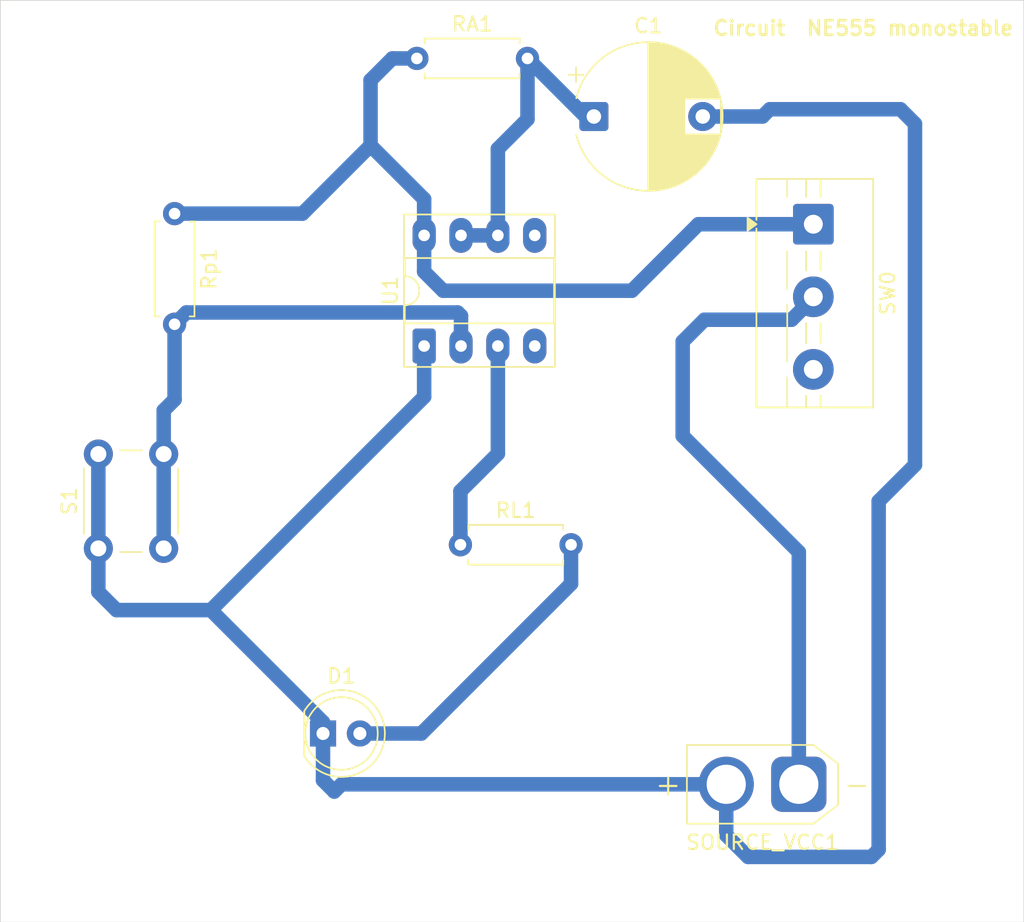
<source format=kicad_pcb>
(kicad_pcb (version 20241229) (generator "pcbnew") (generator_version "9.0")
  (layers (0 "F.Cu" signal) (2 "B.Cu" signal) (13 "F.Paste" user) (15 "B.Paste" user) (5 "F.SilkS" user "F.Silkscreen") (7 "B.SilkS" user "B.Silkscreen") (1 "F.Mask" user) (3 "B.Mask" user) (25 "Edge.Cuts" user))
  (net 0 "")
  (net 1 "Net-(D1-A)")
  (net 2 "GND")
  (net 3 "Net-(SW0-C)")
  (net 4 "THR")
  (net 5 "Net-(U1-Q)")
  (net 6 "TRG")
  (net 7 "Net-(SW0-B)")
  (footprint "Resistor_THT:R_Axial_DIN0207_L6.3mm_D2.5mm_P7.62mm_Horizontal" (layer "F.Cu") (at 102.5 37.69 -90)
    (property "Reference" "Rp1" (at 3.81 -2.37 90) (layer "F.SilkS"))
    (property "Value" "10k")
    (fp_line (start 0.54 1.37) (end 7.08 1.37) (stroke (width 0.12)) (layer "F.SilkS"))
    (fp_line (start 7.08 1.37) (end 7.08 1.04) (stroke (width 0.12)) (layer "F.SilkS"))
    (fp_line (start 0.54 1.04) (end 0.54 1.37) (stroke (width 0.12)) (layer "F.SilkS"))
    (fp_line (start 0.54 -1.04) (end 0.54 -1.37) (stroke (width 0.12)) (layer "F.SilkS"))
    (fp_line (start 0.54 -1.37) (end 7.08 -1.37) (stroke (width 0.12)) (layer "F.SilkS"))
    (fp_line (start 7.08 -1.37) (end 7.08 -1.04) (stroke (width 0.12)) (layer "F.SilkS"))
    (pad "1" thru_hole circle (at 0 0 270) (size 1.6 1.6) (drill 0.8) (layers "*.Cu" "*.Mask") (net 3 "Net-(SW0-C)"))
    (pad "2" thru_hole circle (at 7.62 0 270) (size 1.6 1.6) (drill 0.8) (layers "*.Cu" "*.Mask") (net 6 "TRG"))
  )
  (footprint "Resistor_THT:R_Axial_DIN0207_L6.3mm_D2.5mm_P7.62mm_Horizontal" (layer "F.Cu") (at 122.19 60.5)
    (property "Reference" "RL1" (at 3.81 -2.37 0) (layer "F.SilkS"))
    (property "Value" "220")
    (fp_line (start 0.54 -1.37) (end 7.08 -1.37) (stroke (width 0.12)) (layer "F.SilkS"))
    (fp_line (start 0.54 -1.04) (end 0.54 -1.37) (stroke (width 0.12)) (layer "F.SilkS"))
    (fp_line (start 0.54 1.04) (end 0.54 1.37) (stroke (width 0.12)) (layer "F.SilkS"))
    (fp_line (start 0.54 1.37) (end 7.08 1.37) (stroke (width 0.12)) (layer "F.SilkS"))
    (fp_line (start 7.08 -1.37) (end 7.08 -1.04) (stroke (width 0.12)) (layer "F.SilkS"))
    (fp_line (start 7.08 1.37) (end 7.08 1.04) (stroke (width 0.12)) (layer "F.SilkS"))
    (pad "1" thru_hole circle (at 0 0) (size 1.6 1.6) (drill 0.8) (layers "*.Cu" "*.Mask") (net 5 "Net-(U1-Q)"))
    (pad "2" thru_hole circle (at 7.62 0) (size 1.6 1.6) (drill 0.8) (layers "*.Cu" "*.Mask") (net 1 "Net-(D1-A)"))
  )
  (footprint "Resistor_THT:R_Axial_DIN0207_L6.3mm_D2.5mm_P7.62mm_Horizontal" (layer "F.Cu") (at 119.19 27)
    (property "Reference" "RA1" (at 3.81 -2.37 0) (layer "F.SilkS"))
    (property "Value" "10k")
    (fp_line (start 0.54 -1.37) (end 7.08 -1.37) (stroke (width 0.12)) (layer "F.SilkS"))
    (fp_line (start 0.54 -1.04) (end 0.54 -1.37) (stroke (width 0.12)) (layer "F.SilkS"))
    (fp_line (start 0.54 1.04) (end 0.54 1.37) (stroke (width 0.12)) (layer "F.SilkS"))
    (fp_line (start 0.54 1.37) (end 7.08 1.37) (stroke (width 0.12)) (layer "F.SilkS"))
    (fp_line (start 7.08 -1.37) (end 7.08 -1.04) (stroke (width 0.12)) (layer "F.SilkS"))
    (fp_line (start 7.08 1.37) (end 7.08 1.04) (stroke (width 0.12)) (layer "F.SilkS"))
    (pad "1" thru_hole circle (at 0 0) (size 1.6 1.6) (drill 0.8) (layers "*.Cu" "*.Mask") (net 3 "Net-(SW0-C)"))
    (pad "2" thru_hole circle (at 7.62 0) (size 1.6 1.6) (drill 0.8) (layers "*.Cu" "*.Mask") (net 4 "THR"))
  )
  (footprint "Connector_AMASS:AMASS_XT30U-M_1x02_P5.0mm_Vertical" (layer "F.Cu") (at 145.5 77 180)
    (property "Reference" "SOURCE_VCC1" (at 2.5 -4 0) (layer "F.SilkS"))
    (property "Value" "5")
    (fp_line (start 7.71 -2.71) (end 7.71 2.71) (stroke (width 0.12)) (layer "F.SilkS"))
    (fp_line (start -1.01 2.71) (end 7.71 2.71) (stroke (width 0.12)) (layer "F.SilkS"))
    (fp_line (start -1.01 -2.71) (end 7.71 -2.71) (stroke (width 0.12)) (layer "F.SilkS"))
    (fp_line (start -2.71 1.41) (end -1.01 2.71) (stroke (width 0.12)) (layer "F.SilkS"))
    (fp_line (start -2.71 -1.41) (end -1.01 -2.71) (stroke (width 0.12)) (layer "F.SilkS"))
    (fp_line (start -2.71 -1.41) (end -2.71 1.41) (stroke (width 0.12)) (layer "F.SilkS"))
    (fp_text user "-" (at -4 0 0) (layer "F.SilkS") (effects (font (size 1.5 1.5))))
    (fp_text user "+" (at 9 0 0) (layer "F.SilkS") (effects (font (size 1.5 1.5))))
    (pad "1" thru_hole roundrect (at 0 0 180) (size 3.8 3.8) (drill 2.7) (layers "*.Cu" "*.Mask") (roundrect_rratio 0.2) (net 7 "Net-(SW0-B)"))
    (pad "2" thru_hole circle (at 5 0 180) (size 3.8 3.8) (drill 2.7) (layers "*.Cu" "*.Mask") (net 2 "GND"))
  )
  (footprint "Capacitor_THT:CP_Radial_D10.0mm_P7.50mm" (layer "F.Cu") (at 131.382323 31)
    (property "Reference" "C1" (at 3.75 -6.25 0) (layer "F.SilkS"))
    (property "Value" "C_Polarized")
    (fp_line (start -1.729646 -2.875) (end -0.729646 -2.875) (stroke (width 0.12)) (layer "F.SilkS"))
    (fp_line (start -1.229646 -3.375) (end -1.229646 -2.375) (stroke (width 0.12)) (layer "F.SilkS"))
    (fp_line (start 3.75 -5.08) (end 3.75 5.08) (stroke (width 0.12)) (layer "F.SilkS"))
    (fp_line (start 3.79 -5.08) (end 3.79 5.08) (stroke (width 0.12)) (layer "F.SilkS"))
    (fp_line (start 3.83 -5.079) (end 3.83 5.079) (stroke (width 0.12)) (layer "F.SilkS"))
    (fp_line (start 3.87 -5.079) (end 3.87 5.079) (stroke (width 0.12)) (layer "F.SilkS"))
    (fp_line (start 3.91 -5.077) (end 3.91 5.077) (stroke (width 0.12)) (layer "F.SilkS"))
    (fp_line (start 3.95 -5.076) (end 3.95 5.076) (stroke (width 0.12)) (layer "F.SilkS"))
    (fp_line (start 3.99 -5.074) (end 3.99 5.074) (stroke (width 0.12)) (layer "F.SilkS"))
    (fp_line (start 4.03 -5.072) (end 4.03 5.072) (stroke (width 0.12)) (layer "F.SilkS"))
    (fp_line (start 4.07 -5.07) (end 4.07 5.07) (stroke (width 0.12)) (layer "F.SilkS"))
    (fp_line (start 4.11 -5.067) (end 4.11 5.067) (stroke (width 0.12)) (layer "F.SilkS"))
    (fp_line (start 4.15 -5.064) (end 4.15 5.064) (stroke (width 0.12)) (layer "F.SilkS"))
    (fp_line (start 4.19 -5.061) (end 4.19 5.061) (stroke (width 0.12)) (layer "F.SilkS"))
    (fp_line (start 4.23 -5.057) (end 4.23 5.057) (stroke (width 0.12)) (layer "F.SilkS"))
    (fp_line (start 4.27 -5.054) (end 4.27 5.054) (stroke (width 0.12)) (layer "F.SilkS"))
    (fp_line (start 4.31 -5.049) (end 4.31 5.049) (stroke (width 0.12)) (layer "F.SilkS"))
    (fp_line (start 4.35 -5.045) (end 4.35 5.045) (stroke (width 0.12)) (layer "F.SilkS"))
    (fp_line (start 4.39 -5.04) (end 4.39 5.04) (stroke (width 0.12)) (layer "F.SilkS"))
    (fp_line (start 4.43 -5.035) (end 4.43 5.035) (stroke (width 0.12)) (layer "F.SilkS"))
    (fp_line (start 4.47 -5.029) (end 4.47 5.029) (stroke (width 0.12)) (layer "F.SilkS"))
    (fp_line (start 4.51 -5.023) (end 4.51 5.023) (stroke (width 0.12)) (layer "F.SilkS"))
    (fp_line (start 4.55 -5.017) (end 4.55 5.017) (stroke (width 0.12)) (layer "F.SilkS"))
    (fp_line (start 4.59 -5.011) (end 4.59 5.011) (stroke (width 0.12)) (layer "F.SilkS"))
    (fp_line (start 4.63 -5.004) (end 4.63 5.004) (stroke (width 0.12)) (layer "F.SilkS"))
    (fp_line (start 4.67 -4.997) (end 4.67 4.997) (stroke (width 0.12)) (layer "F.SilkS"))
    (fp_line (start 4.71 -4.989) (end 4.71 4.989) (stroke (width 0.12)) (layer "F.SilkS"))
    (fp_line (start 4.75 -4.981) (end 4.75 4.981) (stroke (width 0.12)) (layer "F.SilkS"))
    (fp_line (start 4.79 -4.973) (end 4.79 4.973) (stroke (width 0.12)) (layer "F.SilkS"))
    (fp_line (start 4.83 -4.965) (end 4.83 4.965) (stroke (width 0.12)) (layer "F.SilkS"))
    (fp_line (start 4.87 -4.956) (end 4.87 4.956) (stroke (width 0.12)) (layer "F.SilkS"))
    (fp_line (start 4.91 -4.947) (end 4.91 4.947) (stroke (width 0.12)) (layer "F.SilkS"))
    (fp_line (start 4.95 -4.937) (end 4.95 4.937) (stroke (width 0.12)) (layer "F.SilkS"))
    (fp_line (start 4.99 -4.928) (end 4.99 4.928) (stroke (width 0.12)) (layer "F.SilkS"))
    (fp_line (start 5.03 -4.917) (end 5.03 4.917) (stroke (width 0.12)) (layer "F.SilkS"))
    (fp_line (start 5.07 -4.907) (end 5.07 4.907) (stroke (width 0.12)) (layer "F.SilkS"))
    (fp_line (start 5.11 -4.896) (end 5.11 4.896) (stroke (width 0.12)) (layer "F.SilkS"))
    (fp_line (start 5.15 -4.885) (end 5.15 4.885) (stroke (width 0.12)) (layer "F.SilkS"))
    (fp_line (start 5.19 -4.873) (end 5.19 4.873) (stroke (width 0.12)) (layer "F.SilkS"))
    (fp_line (start 5.23 -4.861) (end 5.23 4.861) (stroke (width 0.12)) (layer "F.SilkS"))
    (fp_line (start 5.27 -4.849) (end 5.27 4.849) (stroke (width 0.12)) (layer "F.SilkS"))
    (fp_line (start 5.31 -4.837) (end 5.31 4.837) (stroke (width 0.12)) (layer "F.SilkS"))
    (fp_line (start 5.35 -4.824) (end 5.35 4.824) (stroke (width 0.12)) (layer "F.SilkS"))
    (fp_line (start 5.39 -4.81) (end 5.39 4.81) (stroke (width 0.12)) (layer "F.SilkS"))
    (fp_line (start 5.43 -4.797) (end 5.43 4.797) (stroke (width 0.12)) (layer "F.SilkS"))
    (fp_line (start 5.47 -4.782) (end 5.47 4.782) (stroke (width 0.12)) (layer "F.SilkS"))
    (fp_line (start 5.51 -4.768) (end 5.51 4.768) (stroke (width 0.12)) (layer "F.SilkS"))
    (fp_line (start 5.55 -4.753) (end 5.55 4.753) (stroke (width 0.12)) (layer "F.SilkS"))
    (fp_line (start 5.59 -4.738) (end 5.59 4.738) (stroke (width 0.12)) (layer "F.SilkS"))
    (fp_line (start 5.63 -4.722) (end 5.63 4.722) (stroke (width 0.12)) (layer "F.SilkS"))
    (fp_line (start 5.67 -4.706) (end 5.67 4.706) (stroke (width 0.12)) (layer "F.SilkS"))
    (fp_line (start 5.71 -4.69) (end 5.71 4.69) (stroke (width 0.12)) (layer "F.SilkS"))
    (fp_line (start 5.75 -4.673) (end 5.75 4.673) (stroke (width 0.12)) (layer "F.SilkS"))
    (fp_line (start 5.79 -4.656) (end 5.79 4.656) (stroke (width 0.12)) (layer "F.SilkS"))
    (fp_line (start 5.83 -4.638) (end 5.83 4.638) (stroke (width 0.12)) (layer "F.SilkS"))
    (fp_line (start 5.87 -4.62) (end 5.87 4.62) (stroke (width 0.12)) (layer "F.SilkS"))
    (fp_line (start 5.91 -4.602) (end 5.91 4.602) (stroke (width 0.12)) (layer "F.SilkS"))
    (fp_line (start 5.95 -4.583) (end 5.95 4.583) (stroke (width 0.12)) (layer "F.SilkS"))
    (fp_line (start 5.99 -4.564) (end 5.99 4.564) (stroke (width 0.12)) (layer "F.SilkS"))
    (fp_line (start 6.03 -4.544) (end 6.03 4.544) (stroke (width 0.12)) (layer "F.SilkS"))
    (fp_line (start 6.07 -4.524) (end 6.07 4.524) (stroke (width 0.12)) (layer "F.SilkS"))
    (fp_line (start 6.11 -4.504) (end 6.11 4.504) (stroke (width 0.12)) (layer "F.SilkS"))
    (fp_line (start 6.15 -4.483) (end 6.15 4.483) (stroke (width 0.12)) (layer "F.SilkS"))
    (fp_line (start 6.19 -4.461) (end 6.19 4.461) (stroke (width 0.12)) (layer "F.SilkS"))
    (fp_line (start 6.23 -4.439) (end 6.23 4.439) (stroke (width 0.12)) (layer "F.SilkS"))
    (fp_line (start 6.27 -4.417) (end 6.27 -1.24) (stroke (width 0.12)) (layer "F.SilkS"))
    (fp_line (start 6.27 1.24) (end 6.27 4.417) (stroke (width 0.12)) (layer "F.SilkS"))
    (fp_line (start 6.31 -4.394) (end 6.31 -1.24) (stroke (width 0.12)) (layer "F.SilkS"))
    (fp_line (start 6.31 1.24) (end 6.31 4.394) (stroke (width 0.12)) (layer "F.SilkS"))
    (fp_line (start 6.35 -4.371) (end 6.35 -1.24) (stroke (width 0.12)) (layer "F.SilkS"))
    (fp_line (start 6.35 1.24) (end 6.35 4.371) (stroke (width 0.12)) (layer "F.SilkS"))
    (fp_line (start 6.39 -4.347) (end 6.39 -1.24) (stroke (width 0.12)) (layer "F.SilkS"))
    (fp_line (start 6.39 1.24) (end 6.39 4.347) (stroke (width 0.12)) (layer "F.SilkS"))
    (fp_line (start 6.43 -4.323) (end 6.43 -1.24) (stroke (width 0.12)) (layer "F.SilkS"))
    (fp_line (start 6.43 1.24) (end 6.43 4.323) (stroke (width 0.12)) (layer "F.SilkS"))
    (fp_line (start 6.47 -4.298) (end 6.47 -1.24) (stroke (width 0.12)) (layer "F.SilkS"))
    (fp_line (start 6.47 1.24) (end 6.47 4.298) (stroke (width 0.12)) (layer "F.SilkS"))
    (fp_line (start 6.51 -4.272) (end 6.51 -1.24) (stroke (width 0.12)) (layer "F.SilkS"))
    (fp_line (start 6.51 1.24) (end 6.51 4.272) (stroke (width 0.12)) (layer "F.SilkS"))
    (fp_line (start 6.55 -4.247) (end 6.55 -1.24) (stroke (width 0.12)) (layer "F.SilkS"))
    (fp_line (start 6.55 1.24) (end 6.55 4.247) (stroke (width 0.12)) (layer "F.SilkS"))
    (fp_line (start 6.59 -4.22) (end 6.59 -1.24) (stroke (width 0.12)) (layer "F.SilkS"))
    (fp_line (start 6.59 1.24) (end 6.59 4.22) (stroke (width 0.12)) (layer "F.SilkS"))
    (fp_line (start 6.63 -4.193) (end 6.63 -1.24) (stroke (width 0.12)) (layer "F.SilkS"))
    (fp_line (start 6.63 1.24) (end 6.63 4.193) (stroke (width 0.12)) (layer "F.SilkS"))
    (fp_line (start 6.67 -4.166) (end 6.67 -1.24) (stroke (width 0.12)) (layer "F.SilkS"))
    (fp_line (start 6.67 1.24) (end 6.67 4.166) (stroke (width 0.12)) (layer "F.SilkS"))
    (fp_line (start 6.71 -4.138) (end 6.71 -1.24) (stroke (width 0.12)) (layer "F.SilkS"))
    (fp_line (start 6.71 1.24) (end 6.71 4.138) (stroke (width 0.12)) (layer "F.SilkS"))
    (fp_line (start 6.75 -4.109) (end 6.75 -1.24) (stroke (width 0.12)) (layer "F.SilkS"))
    (fp_line (start 6.75 1.24) (end 6.75 4.109) (stroke (width 0.12)) (layer "F.SilkS"))
    (fp_line (start 6.79 -4.08) (end 6.79 -1.24) (stroke (width 0.12)) (layer "F.SilkS"))
    (fp_line (start 6.79 1.24) (end 6.79 4.08) (stroke (width 0.12)) (layer "F.SilkS"))
    (fp_line (start 6.83 -4.05) (end 6.83 -1.24) (stroke (width 0.12)) (layer "F.SilkS"))
    (fp_line (start 6.83 1.24) (end 6.83 4.05) (stroke (width 0.12)) (layer "F.SilkS"))
    (fp_line (start 6.87 -4.02) (end 6.87 -1.24) (stroke (width 0.12)) (layer "F.SilkS"))
    (fp_line (start 6.87 1.24) (end 6.87 4.02) (stroke (width 0.12)) (layer "F.SilkS"))
    (fp_line (start 6.91 -3.988) (end 6.91 -1.24) (stroke (width 0.12)) (layer "F.SilkS"))
    (fp_line (start 6.91 1.24) (end 6.91 3.988) (stroke (width 0.12)) (layer "F.SilkS"))
    (fp_line (start 6.95 -3.957) (end 6.95 -1.24) (stroke (width 0.12)) (layer "F.SilkS"))
    (fp_line (start 6.95 1.24) (end 6.95 3.957) (stroke (width 0.12)) (layer "F.SilkS"))
    (fp_line (start 6.99 -3.924) (end 6.99 -1.24) (stroke (width 0.12)) (layer "F.SilkS"))
    (fp_line (start 6.99 1.24) (end 6.99 3.924) (stroke (width 0.12)) (layer "F.SilkS"))
    (fp_line (start 7.03 -3.891) (end 7.03 -1.24) (stroke (width 0.12)) (layer "F.SilkS"))
    (fp_line (start 7.03 1.24) (end 7.03 3.891) (stroke (width 0.12)) (layer "F.SilkS"))
    (fp_line (start 7.07 -3.858) (end 7.07 -1.24) (stroke (width 0.12)) (layer "F.SilkS"))
    (fp_line (start 7.07 1.24) (end 7.07 3.858) (stroke (width 0.12)) (layer "F.SilkS"))
    (fp_line (start 7.11 -3.823) (end 7.11 -1.24) (stroke (width 0.12)) (layer "F.SilkS"))
    (fp_line (start 7.11 1.24) (end 7.11 3.823) (stroke (width 0.12)) (layer "F.SilkS"))
    (fp_line (start 7.15 -3.788) (end 7.15 -1.24) (stroke (width 0.12)) (layer "F.SilkS"))
    (fp_line (start 7.15 1.24) (end 7.15 3.788) (stroke (width 0.12)) (layer "F.SilkS"))
    (fp_line (start 7.19 -3.752) (end 7.19 -1.24) (stroke (width 0.12)) (layer "F.SilkS"))
    (fp_line (start 7.19 1.24) (end 7.19 3.752) (stroke (width 0.12)) (layer "F.SilkS"))
    (fp_line (start 7.23 -3.716) (end 7.23 -1.24) (stroke (width 0.12)) (layer "F.SilkS"))
    (fp_line (start 7.23 1.24) (end 7.23 3.716) (stroke (width 0.12)) (layer "F.SilkS"))
    (fp_line (start 7.27 -3.678) (end 7.27 -1.24) (stroke (width 0.12)) (layer "F.SilkS"))
    (fp_line (start 7.27 1.24) (end 7.27 3.678) (stroke (width 0.12)) (layer "F.SilkS"))
    (fp_line (start 7.31 -3.64) (end 7.31 -1.24) (stroke (width 0.12)) (layer "F.SilkS"))
    (fp_line (start 7.31 1.24) (end 7.31 3.64) (stroke (width 0.12)) (layer "F.SilkS"))
    (fp_line (start 7.35 -3.601) (end 7.35 -1.24) (stroke (width 0.12)) (layer "F.SilkS"))
    (fp_line (start 7.35 1.24) (end 7.35 3.601) (stroke (width 0.12)) (layer "F.SilkS"))
    (fp_line (start 7.39 -3.561) (end 7.39 -1.24) (stroke (width 0.12)) (layer "F.SilkS"))
    (fp_line (start 7.39 1.24) (end 7.39 3.561) (stroke (width 0.12)) (layer "F.SilkS"))
    (fp_line (start 7.43 -3.52) (end 7.43 -1.24) (stroke (width 0.12)) (layer "F.SilkS"))
    (fp_line (start 7.43 1.24) (end 7.43 3.52) (stroke (width 0.12)) (layer "F.SilkS"))
    (fp_line (start 7.47 -3.478) (end 7.47 -1.24) (stroke (width 0.12)) (layer "F.SilkS"))
    (fp_line (start 7.47 1.24) (end 7.47 3.478) (stroke (width 0.12)) (layer "F.SilkS"))
    (fp_line (start 7.51 -3.435) (end 7.51 -1.24) (stroke (width 0.12)) (layer "F.SilkS"))
    (fp_line (start 7.51 1.24) (end 7.51 3.435) (stroke (width 0.12)) (layer "F.SilkS"))
    (fp_line (start 7.55 -3.391) (end 7.55 -1.24) (stroke (width 0.12)) (layer "F.SilkS"))
    (fp_line (start 7.55 1.24) (end 7.55 3.391) (stroke (width 0.12)) (layer "F.SilkS"))
    (fp_line (start 7.59 -3.347) (end 7.59 -1.24) (stroke (width 0.12)) (layer "F.SilkS"))
    (fp_line (start 7.59 1.24) (end 7.59 3.347) (stroke (width 0.12)) (layer "F.SilkS"))
    (fp_line (start 7.63 -3.301) (end 7.63 -1.24) (stroke (width 0.12)) (layer "F.SilkS"))
    (fp_line (start 7.63 1.24) (end 7.63 3.301) (stroke (width 0.12)) (layer "F.SilkS"))
    (fp_line (start 7.67 -3.254) (end 7.67 -1.24) (stroke (width 0.12)) (layer "F.SilkS"))
    (fp_line (start 7.67 1.24) (end 7.67 3.254) (stroke (width 0.12)) (layer "F.SilkS"))
    (fp_line (start 7.71 -3.205) (end 7.71 -1.24) (stroke (width 0.12)) (layer "F.SilkS"))
    (fp_line (start 7.71 1.24) (end 7.71 3.205) (stroke (width 0.12)) (layer "F.SilkS"))
    (fp_line (start 7.75 -3.156) (end 7.75 -1.24) (stroke (width 0.12)) (layer "F.SilkS"))
    (fp_line (start 7.75 1.24) (end 7.75 3.156) (stroke (width 0.12)) (layer "F.SilkS"))
    (fp_line (start 7.79 -3.105) (end 7.79 -1.24) (stroke (width 0.12)) (layer "F.SilkS"))
    (fp_line (start 7.79 1.24) (end 7.79 3.105) (stroke (width 0.12)) (layer "F.SilkS"))
    (fp_line (start 7.83 -3.053) (end 7.83 -1.24) (stroke (width 0.12)) (layer "F.SilkS"))
    (fp_line (start 7.83 1.24) (end 7.83 3.053) (stroke (width 0.12)) (layer "F.SilkS"))
    (fp_line (start 7.87 -3) (end 7.87 -1.24) (stroke (width 0.12)) (layer "F.SilkS"))
    (fp_line (start 7.87 1.24) (end 7.87 3) (stroke (width 0.12)) (layer "F.SilkS"))
    (fp_line (start 7.91 -2.945) (end 7.91 -1.24) (stroke (width 0.12)) (layer "F.SilkS"))
    (fp_line (start 7.91 1.24) (end 7.91 2.945) (stroke (width 0.12)) (layer "F.SilkS"))
    (fp_line (start 7.95 -2.888) (end 7.95 -1.24) (stroke (width 0.12)) (layer "F.SilkS"))
    (fp_line (start 7.95 1.24) (end 7.95 2.888) (stroke (width 0.12)) (layer "F.SilkS"))
    (fp_line (start 7.99 -2.83) (end 7.99 -1.24) (stroke (width 0.12)) (layer "F.SilkS"))
    (fp_line (start 7.99 1.24) (end 7.99 2.83) (stroke (width 0.12)) (layer "F.SilkS"))
    (fp_line (start 8.03 -2.77) (end 8.03 -1.24) (stroke (width 0.12)) (layer "F.SilkS"))
    (fp_line (start 8.03 1.24) (end 8.03 2.77) (stroke (width 0.12)) (layer "F.SilkS"))
    (fp_line (start 8.07 -2.708) (end 8.07 -1.24) (stroke (width 0.12)) (layer "F.SilkS"))
    (fp_line (start 8.07 1.24) (end 8.07 2.708) (stroke (width 0.12)) (layer "F.SilkS"))
    (fp_line (start 8.11 -2.644) (end 8.11 -1.24) (stroke (width 0.12)) (layer "F.SilkS"))
    (fp_line (start 8.11 1.24) (end 8.11 2.644) (stroke (width 0.12)) (layer "F.SilkS"))
    (fp_line (start 8.15 -2.578) (end 8.15 -1.24) (stroke (width 0.12)) (layer "F.SilkS"))
    (fp_line (start 8.15 1.24) (end 8.15 2.578) (stroke (width 0.12)) (layer "F.SilkS"))
    (fp_line (start 8.19 -2.51) (end 8.19 -1.24) (stroke (width 0.12)) (layer "F.SilkS"))
    (fp_line (start 8.19 1.24) (end 8.19 2.51) (stroke (width 0.12)) (layer "F.SilkS"))
    (fp_line (start 8.23 -2.439) (end 8.23 -1.24) (stroke (width 0.12)) (layer "F.SilkS"))
    (fp_line (start 8.23 1.24) (end 8.23 2.439) (stroke (width 0.12)) (layer "F.SilkS"))
    (fp_line (start 8.27 -2.365) (end 8.27 -1.24) (stroke (width 0.12)) (layer "F.SilkS"))
    (fp_line (start 8.27 1.24) (end 8.27 2.365) (stroke (width 0.12)) (layer "F.SilkS"))
    (fp_line (start 8.31 -2.288) (end 8.31 -1.24) (stroke (width 0.12)) (layer "F.SilkS"))
    (fp_line (start 8.31 1.24) (end 8.31 2.288) (stroke (width 0.12)) (layer "F.SilkS"))
    (fp_line (start 8.35 -2.208) (end 8.35 -1.24) (stroke (width 0.12)) (layer "F.SilkS"))
    (fp_line (start 8.35 1.24) (end 8.35 2.208) (stroke (width 0.12)) (layer "F.SilkS"))
    (fp_line (start 8.39 -2.124) (end 8.39 -1.24) (stroke (width 0.12)) (layer "F.SilkS"))
    (fp_line (start 8.39 1.24) (end 8.39 2.124) (stroke (width 0.12)) (layer "F.SilkS"))
    (fp_line (start 8.43 -2.037) (end 8.43 -1.24) (stroke (width 0.12)) (layer "F.SilkS"))
    (fp_line (start 8.43 1.24) (end 8.43 2.037) (stroke (width 0.12)) (layer "F.SilkS"))
    (fp_line (start 8.47 -1.944) (end 8.47 -1.24) (stroke (width 0.12)) (layer "F.SilkS"))
    (fp_line (start 8.47 1.24) (end 8.47 1.944) (stroke (width 0.12)) (layer "F.SilkS"))
    (fp_line (start 8.51 -1.846) (end 8.51 -1.24) (stroke (width 0.12)) (layer "F.SilkS"))
    (fp_line (start 8.51 1.24) (end 8.51 1.846) (stroke (width 0.12)) (layer "F.SilkS"))
    (fp_line (start 8.55 -1.742) (end 8.55 -1.24) (stroke (width 0.12)) (layer "F.SilkS"))
    (fp_line (start 8.55 1.24) (end 8.55 1.742) (stroke (width 0.12)) (layer "F.SilkS"))
    (fp_line (start 8.59 -1.63) (end 8.59 -1.24) (stroke (width 0.12)) (layer "F.SilkS"))
    (fp_line (start 8.59 1.24) (end 8.59 1.63) (stroke (width 0.12)) (layer "F.SilkS"))
    (fp_line (start 8.63 -1.509) (end 8.63 -1.24) (stroke (width 0.12)) (layer "F.SilkS"))
    (fp_line (start 8.63 1.24) (end 8.63 1.509) (stroke (width 0.12)) (layer "F.SilkS"))
    (fp_line (start 8.67 -1.377) (end 8.67 -1.24) (stroke (width 0.12)) (layer "F.SilkS"))
    (fp_line (start 8.67 1.24) (end 8.67 1.377) (stroke (width 0.12)) (layer "F.SilkS"))
    (fp_line (start 8.75 -1.062) (end 8.75 1.062) (stroke (width 0.12)) (layer "F.SilkS"))
    (fp_line (start 8.79 -0.862) (end 8.79 0.862) (stroke (width 0.12)) (layer "F.SilkS"))
    (fp_line (start 8.83 -0.599) (end 8.83 0.599) (stroke (width 0.12)) (layer "F.SilkS"))
    (fp_arc (start -1.21254 -1.26) (mid 8.87 0) (end -1.21254 1.26) (stroke (width 0.12)) (layer "F.SilkS"))
    (pad "1" thru_hole roundrect (at 0 0) (size 2 2) (drill 1) (layers "*.Cu" "*.Mask") (roundrect_rratio 0.125) (net 4 "THR"))
    (pad "2" thru_hole circle (at 7.5 0) (size 2 2) (drill 1) (layers "*.Cu" "*.Mask") (net 2 "GND"))
  )
  (footprint "TerminalBlock:TerminalBlock_MaiXu_MX126-5.0-03P_1x03_P5.00mm" (layer "F.Cu") (at 146.5 38.42 -90)
    (property "Reference" "SW0" (at 4.75 -5.12 270) (layer "F.SilkS"))
    (property "Value" "SW_SWITCH")
    (fp_line (start -3.12 3.92) (end -3.12 -4.12) (stroke (width 0.12)) (layer "F.SilkS"))
    (fp_line (start -0.3 3.92) (end -3.12 3.92) (stroke (width 0.12)) (layer "F.SilkS"))
    (fp_line (start 12.62 3.92) (end 0.3 3.92) (stroke (width 0.12)) (layer "F.SilkS"))
    (fp_line (start -3.12 1.8) (end -1.88 1.8) (stroke (width 0.12)) (layer "F.SilkS"))
    (fp_line (start 1.88 1.8) (end 4.457 1.8) (stroke (width 0.12)) (layer "F.SilkS"))
    (fp_line (start 5.543 1.8) (end 9.457 1.8) (stroke (width 0.12)) (layer "F.SilkS"))
    (fp_line (start 10.543 1.8) (end 12.62 1.8) (stroke (width 0.12)) (layer "F.SilkS"))
    (fp_line (start -3.12 0.5) (end -1.88 0.5) (stroke (width 0.12)) (layer "F.SilkS"))
    (fp_line (start 1.88 0.5) (end 3.188 0.5) (stroke (width 0.12)) (layer "F.SilkS"))
    (fp_line (start 6.812 0.5) (end 8.188 0.5) (stroke (width 0.12)) (layer "F.SilkS"))
    (fp_line (start 11.812 0.5) (end 12.62 0.5) (stroke (width 0.12)) (layer "F.SilkS"))
    (fp_line (start -3.12 -0.5) (end -1.88 -0.5) (stroke (width 0.12)) (layer "F.SilkS"))
    (fp_line (start 1.88 -0.5) (end 3.188 -0.5) (stroke (width 0.12)) (layer "F.SilkS"))
    (fp_line (start 6.812 -0.5) (end 8.188 -0.5) (stroke (width 0.12)) (layer "F.SilkS"))
    (fp_line (start 11.812 -0.5) (end 12.62 -0.5) (stroke (width 0.12)) (layer "F.SilkS"))
    (fp_line (start -3.12 -4.12) (end 12.62 -4.12) (stroke (width 0.12)) (layer "F.SilkS"))
    (fp_line (start 12.62 -4.12) (end 12.62 3.92) (stroke (width 0.12)) (layer "F.SilkS"))
    (fp_poly (pts (xy 0 3.92) (xy 0.44 4.53) (xy -0.44 4.53)) (stroke (width 0.12)) (fill yes) (layer "F.SilkS"))
    (pad "1" thru_hole roundrect (at 0 0 270) (size 2.8 2.8) (drill 1.3) (layers "*.Cu" "*.Mask") (roundrect_rratio 0.089286) (net 3 "Net-(SW0-C)"))
    (pad "2" thru_hole circle (at 5 0 270) (size 2.8 2.8) (drill 1.3) (layers "*.Cu" "*.Mask") (net 7 "Net-(SW0-B)"))
    (pad "3" thru_hole circle (at 10 0 270) (size 2.8 2.8) (drill 1.3) (layers "*.Cu" "*.Mask"))
  )
  (footprint "LED_THT:LED_D5.0mm" (layer "F.Cu") (at 112.725 73.5)
    (property "Reference" "D1" (at 1.27 -3.96 0) (layer "F.SilkS"))
    (property "Value" "LED")
    (fp_line (start -1.29 -1.545) (end -1.29 1.545) (stroke (width 0.12)) (layer "F.SilkS"))
    (fp_arc (start -1.29 -1.54483) (mid 2.071779 -2.880495) (end 4.26 0) (stroke (width 0.12)) (layer "F.SilkS"))
    (fp_arc (start 4.26 0) (mid 2.071779 2.880495) (end -1.29 1.54483) (stroke (width 0.12)) (layer "F.SilkS"))
    (fp_circle (center 1.27 0) (end 3.77 0) (stroke (width 0.12)) (fill no) (layer "F.SilkS"))
    (pad "1" thru_hole rect (at 0 0) (size 1.8 1.8) (drill 0.9) (layers "*.Cu" "*.Mask") (net 2 "GND"))
    (pad "2" thru_hole circle (at 2.54 0) (size 1.8 1.8) (drill 0.9) (layers "*.Cu" "*.Mask") (net 1 "Net-(D1-A)"))
  )
  (footprint "Button_Switch_THT:SW_PUSH_6mm_H5mm" (layer "F.Cu") (at 97.25 60.75 90)
    (property "Reference" "S1" (at 3.25 -2 90) (layer "F.SilkS"))
    (property "Value" "SW_Push")
    (fp_line (start 5.5 -1) (end 1 -1) (stroke (width 0.12)) (layer "F.SilkS"))
    (fp_line (start -0.25 1.5) (end -0.25 3) (stroke (width 0.12)) (layer "F.SilkS"))
    (fp_line (start 6.75 3) (end 6.75 1.5) (stroke (width 0.12)) (layer "F.SilkS"))
    (fp_line (start 1 5.5) (end 5.5 5.5) (stroke (width 0.12)) (layer "F.SilkS"))
    (pad "1" thru_hole circle (at 0 0 180) (size 2 2) (drill 1.1) (layers "*.Cu" "*.Mask") (net 2 "GND"))
    (pad "1" thru_hole circle (at 6.5 0 180) (size 2 2) (drill 1.1) (layers "*.Cu" "*.Mask") (net 2 "GND"))
    (pad "2" thru_hole circle (at 0 4.5 180) (size 2 2) (drill 1.1) (layers "*.Cu" "*.Mask") (net 6 "TRG"))
    (pad "2" thru_hole circle (at 6.5 4.5 180) (size 2 2) (drill 1.1) (layers "*.Cu" "*.Mask") (net 6 "TRG"))
  )
  (footprint "Package_DIP:DIP-8_W7.62mm_Socket_LongPads" (layer "F.Cu") (at 119.69 46.81 90)
    (property "Reference" "U1" (at 3.81 -2.33 90) (layer "F.SilkS"))
    (property "Value" "LM555xM")
    (fp_line (start 6.06 -1.33) (end 4.81 -1.33) (stroke (width 0.12)) (layer "F.SilkS"))
    (fp_line (start 2.81 -1.33) (end 1.56 -1.33) (stroke (width 0.12)) (layer "F.SilkS"))
    (fp_line (start 1.56 -1.33) (end 1.56 8.95) (stroke (width 0.12)) (layer "F.SilkS"))
    (fp_line (start 6.06 8.95) (end 6.06 -1.33) (stroke (width 0.12)) (layer "F.SilkS"))
    (fp_line (start 1.56 8.95) (end 6.06 8.95) (stroke (width 0.12)) (layer "F.SilkS"))
    (fp_rect (start -1.44 -1.39) (end 9.06 9.01) (stroke (width 0.12)) (fill no) (layer "F.SilkS"))
    (fp_arc (start 4.81 -1.33) (mid 3.81 -0.33) (end 2.81 -1.33) (stroke (width 0.12)) (layer "F.SilkS"))
    (pad "1" thru_hole roundrect (at 0 0 90) (size 2.4 1.6) (drill 0.8) (layers "*.Cu" "*.Mask") (roundrect_rratio 0.15625) (net 2 "GND"))
    (pad "2" thru_hole oval (at 0 2.54 90) (size 2.4 1.6) (drill 0.8) (layers "*.Cu" "*.Mask") (net 6 "TRG"))
    (pad "3" thru_hole oval (at 0 5.08 90) (size 2.4 1.6) (drill 0.8) (layers "*.Cu" "*.Mask") (net 5 "Net-(U1-Q)"))
    (pad "4" thru_hole oval (at 0 7.62 90) (size 2.4 1.6) (drill 0.8) (layers "*.Cu" "*.Mask"))
    (pad "5" thru_hole oval (at 7.62 7.62 90) (size 2.4 1.6) (drill 0.8) (layers "*.Cu" "*.Mask"))
    (pad "6" thru_hole oval (at 7.62 5.08 90) (size 2.4 1.6) (drill 0.8) (layers "*.Cu" "*.Mask") (net 4 "THR"))
    (pad "7" thru_hole oval (at 7.62 2.54 90) (size 2.4 1.6) (drill 0.8) (layers "*.Cu" "*.Mask") (net 4 "THR"))
    (pad "8" thru_hole oval (at 7.62 0 90) (size 2.4 1.6) (drill 0.8) (layers "*.Cu" "*.Mask") (net 3 "Net-(SW0-C)"))
  )
  (gr_rect (start 90.5 23) (end 161 86.5) (stroke (width 0.05)) (fill no) (layer "Edge.Cuts"))
  (gr_text "Circuit  NE555 monostable\n" (at 139.5 25.5 0) (layer "F.SilkS") (effects (font (size 1 1) (thickness 0.2) (bold yes)) (justify left bottom)))
  (segment (start 115.265 73.5) (end 119.5 73.5) (width 1) (layer "B.Cu") (net 1))
  (segment (start 129.81 63.19) (end 129.81 60.5) (width 1) (layer "B.Cu") (net 1))
  (segment (start 119.5 73.5) (end 129.81 63.19) (width 1) (layer "B.Cu") (net 1))
  (segment (start 140.5 80.5) (end 142 82) (width 1) (layer "B.Cu") (net 2))
  (segment (start 153.5 31.5) (end 152.5 30.5) (width 1) (layer "B.Cu") (net 2))
  (segment (start 140.5 77) (end 140.5 80.5) (width 1) (layer "B.Cu") (net 2))
  (segment (start 142 82) (end 150.5 82) (width 1) (layer "B.Cu") (net 2))
  (segment (start 119.69 50.31) (end 105 65) (width 1) (layer "B.Cu") (net 2))
  (segment (start 151 81.5) (end 151 57.5) (width 1) (layer "B.Cu") (net 2))
  (segment (start 112.725 76.725) (end 113.5 77.5) (width 1) (layer "B.Cu") (net 2))
  (segment (start 153.5 55) (end 153.5 31.5) (width 1) (layer "B.Cu") (net 2))
  (segment (start 143.5 30.5) (end 143 31) (width 1) (layer "B.Cu") (net 2))
  (segment (start 112.725 73.5) (end 112.725 72.725) (width 1) (layer "B.Cu") (net 2))
  (segment (start 143 31) (end 138.882323 31) (width 1) (layer "B.Cu") (net 2))
  (segment (start 97.25 63.75) (end 97.25 60.75) (width 1) (layer "B.Cu") (net 2))
  (segment (start 152.5 30.5) (end 143.5 30.5) (width 1) (layer "B.Cu") (net 2))
  (segment (start 112.725 73.5) (end 112.725 76.725) (width 1) (layer "B.Cu") (net 2))
  (segment (start 114 77) (end 140.5 77) (width 1) (layer "B.Cu") (net 2))
  (segment (start 151 57.5) (end 153.5 55) (width 1) (layer "B.Cu") (net 2))
  (segment (start 105 65) (end 98.5 65) (width 1) (layer "B.Cu") (net 2))
  (segment (start 150.5 82) (end 151 81.5) (width 1) (layer "B.Cu") (net 2))
  (segment (start 97.25 54.25) (end 97.25 60.75) (width 1) (layer "B.Cu") (net 2))
  (segment (start 119.69 46.81) (end 119.69 50.31) (width 1) (layer "B.Cu") (net 2))
  (segment (start 98.5 65) (end 97.25 63.75) (width 1) (layer "B.Cu") (net 2))
  (segment (start 97.5 61) (end 97.25 60.75) (width 1) (layer "B.Cu") (net 2))
  (segment (start 113.5 77.5) (end 114 77) (width 1) (layer "B.Cu") (net 2))
  (segment (start 112.725 72.725) (end 105 65) (width 1) (layer "B.Cu") (net 2))
  (segment (start 119.69 36.69) (end 116 33) (width 1) (layer "B.Cu") (net 3))
  (segment (start 111.31 37.69) (end 116 33) (width 1) (layer "B.Cu") (net 3))
  (segment (start 119.69 41.69) (end 121 43) (width 1) (layer "B.Cu") (net 3))
  (segment (start 117.5 27) (end 119.19 27) (width 1) (layer "B.Cu") (net 3))
  (segment (start 134 43) (end 138.58 38.42) (width 1) (layer "B.Cu") (net 3))
  (segment (start 138.58 38.42) (end 146.5 38.42) (width 1) (layer "B.Cu") (net 3))
  (segment (start 119.69 39.19) (end 119.69 36.69) (width 1) (layer "B.Cu") (net 3))
  (segment (start 119.69 39.19) (end 119.69 41.69) (width 1) (layer "B.Cu") (net 3))
  (segment (start 102.5 37.69) (end 111.31 37.69) (width 1) (layer "B.Cu") (net 3))
  (segment (start 121 43) (end 134 43) (width 1) (layer "B.Cu") (net 3))
  (segment (start 116 33) (end 116 28.5) (width 1) (layer "B.Cu") (net 3))
  (segment (start 116 28.5) (end 117.5 27) (width 1) (layer "B.Cu") (net 3))
  (segment (start 122.23 39.19) (end 124.77 39.19) (width 1) (layer "B.Cu") (net 4))
  (segment (start 130.81 31) (end 126.81 27) (width 1) (layer "B.Cu") (net 4))
  (segment (start 126.81 27) (end 126.81 31.19) (width 1) (layer "B.Cu") (net 4))
  (segment (start 126.81 31.19) (end 124.77 33.23) (width 1) (layer "B.Cu") (net 4))
  (segment (start 131.382323 31) (end 130.81 31) (width 1) (layer "B.Cu") (net 4))
  (segment (start 124.77 33.23) (end 124.77 39.19) (width 1) (layer "B.Cu") (net 4))
  (segment (start 124.77 46.81) (end 124.77 54.23) (width 1) (layer "B.Cu") (net 5))
  (segment (start 122.19 56.81) (end 122.19 60.5) (width 1) (layer "B.Cu") (net 5))
  (segment (start 124.77 54.23) (end 122.19 56.81) (width 1) (layer "B.Cu") (net 5))
  (segment (start 102.5 50.5) (end 101.75 51.25) (width 1) (layer "B.Cu") (net 6))
  (segment (start 122.23 44.73) (end 122 44.5) (width 1) (layer "B.Cu") (net 6))
  (segment (start 101.75 51.25) (end 101.75 54.25) (width 1) (layer "B.Cu") (net 6))
  (segment (start 122.23 46.81) (end 122.23 44.73) (width 1) (layer "B.Cu") (net 6))
  (segment (start 102.5 45.31) (end 102.5 50.5) (width 1) (layer "B.Cu") (net 6))
  (segment (start 122 44.5) (end 103.31 44.5) (width 1) (layer "B.Cu") (net 6))
  (segment (start 101.75 60.75) (end 101.75 54.25) (width 1) (layer "B.Cu") (net 6))
  (segment (start 103.31 44.5) (end 102.5 45.31) (width 1) (layer "B.Cu") (net 6))
  (segment (start 145.5 61) (end 137.5 53) (width 1) (layer "B.Cu") (net 7))
  (segment (start 139 45) (end 145 45) (width 1) (layer "B.Cu") (net 7))
  (segment (start 145 45) (end 146.5 43.5) (width 1) (layer "B.Cu") (net 7))
  (segment (start 137.5 53) (end 137.5 46.5) (width 1) (layer "B.Cu") (net 7))
  (segment (start 137.5 46.5) (end 139 45) (width 1) (layer "B.Cu") (net 7))
  (segment (start 145.5 77) (end 145.5 61) (width 1) (layer "B.Cu") (net 7))
)
</source>
